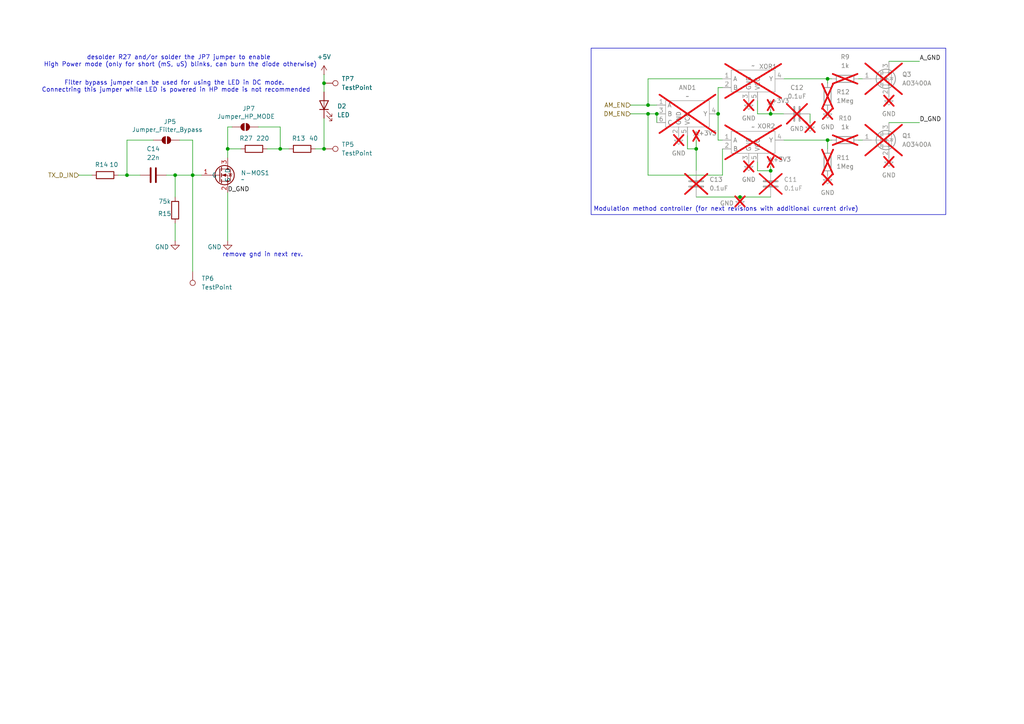
<source format=kicad_sch>
(kicad_sch (version 20250114) (generator "eeschema") (generator_version "9.0")
  (paper "A4")
  (lib_symbols
    (symbol "Connector:TestPoint" (pin_numbers (hide yes)) (pin_names (offset 0.762) (hide yes))
      (property "Reference" "TP" (at 0 6.858 0))
      (property "Value" "TestPoint" (at 0 5.08 0))
      (symbol "TestPoint_0_1"
        (circle (center 0 3.302) (radius 0.762))
      )
      (symbol "TestPoint_1_1"
        (pin passive line (at 0 0 90) (length 2.54) (name "1") (number "1"))
      )
    )
    (symbol "Device:C" (pin_numbers (hide yes)) (pin_names (offset 0.254))
      (property "Reference" "C" (at 0.635 2.54 0))
      (property "Value" "C" (at 0.635 -2.54 0))
      (symbol "C_0_1"
        (polyline (pts (xy -2.032 0.762) (xy 2.032 0.762)) (stroke (width 0.508)))
        (polyline (pts (xy -2.032 -0.762) (xy 2.032 -0.762)) (stroke (width 0.508)))
      )
      (symbol "C_1_1"
        (pin passive line (at 0 3.81 270) (length 2.794) (name "~") (number "1"))
        (pin passive line (at 0 -3.81 90) (length 2.794) (name "~") (number "2"))
      )
    )
    (symbol "Device:LED" (pin_numbers (hide yes)) (pin_names (offset 1.016) (hide yes))
      (property "Reference" "D" (at 0 2.54 0))
      (property "Value" "LED" (at 0 -2.54 0))
      (symbol "LED_0_1"
        (polyline (pts (xy -3.048 -0.762) (xy -4.572 -2.286) (xy -3.81 -2.286) (xy -4.572 -2.286) (xy -4.572 -1.524)))
        (polyline (pts (xy -1.778 -0.762) (xy -3.302 -2.286) (xy -2.54 -2.286) (xy -3.302 -2.286) (xy -3.302 -1.524)))
        (polyline (pts (xy -1.27 0) (xy 1.27 0)))
        (polyline (pts (xy -1.27 -1.27) (xy -1.27 1.27)) (stroke (width 0.254)))
        (polyline (pts (xy 1.27 -1.27) (xy 1.27 1.27) (xy -1.27 0) (xy 1.27 -1.27)) (stroke (width 0.254)))
      )
      (symbol "LED_1_1"
        (pin passive line (at -3.81 0 0) (length 2.54) (name "K") (number "1"))
        (pin passive line (at 3.81 0 180) (length 2.54) (name "A") (number "2"))
      )
    )
    (symbol "Device:R" (pin_numbers (hide yes)) (pin_names (offset 0))
      (property "Reference" "R" (at 2.032 0 90))
      (property "Value" "R" (at 0 0 90))
      (symbol "R_0_1"
        (rectangle (start -1.016 -2.54) (end 1.016 2.54) (stroke (width 0.254)))
      )
      (symbol "R_1_1"
        (pin passive line (at 0 3.81 270) (length 1.27) (name "~") (number "1"))
        (pin passive line (at 0 -3.81 90) (length 1.27) (name "~") (number "2"))
      )
    )
    (symbol "Jumper:SolderJumper_2_Open" (pin_numbers (hide yes)) (pin_names (offset 0) (hide yes)) (in_bom no)
      (property "Reference" "JP" (at 0 2.032 0))
      (property "Value" "SolderJumper_2_Open" (at 0 -2.54 0))
      (symbol "SolderJumper_2_Open_0_1"
        (polyline (pts (xy -0.254 1.016) (xy -0.254 -1.016)))
        (arc (start -0.254 -1.016) (mid -1.2656 0) (end -0.254 1.016))
        (arc (start -0.254 -1.016) (mid -1.2656 0) (end -0.254 1.016) (fill (type outline)))
        (arc (start 0.254 1.016) (mid 1.2656 0) (end 0.254 -1.016))
        (arc (start 0.254 1.016) (mid 1.2656 0) (end 0.254 -1.016) (fill (type outline)))
        (polyline (pts (xy 0.254 1.016) (xy 0.254 -1.016)))
      )
      (symbol "SolderJumper_2_Open_1_1"
        (pin passive line (at -3.81 0 0) (length 2.54) (name "A") (number "1"))
        (pin passive line (at 3.81 0 180) (length 2.54) (name "B") (number "2"))
      )
    )
    (symbol "Transistor_FET:AO3400A" (pin_names (hide yes))
      (property "Reference" "Q" (at 5.08 1.905 0))
      (property "Value" "AO3400A" (at 5.08 0 0))
      (symbol "AO3400A_0_1"
        (polyline (pts (xy 0.254 1.905) (xy 0.254 -1.905)) (stroke (width 0.254)))
        (polyline (pts (xy 0.254 0) (xy -2.54 0)))
        (polyline (pts (xy 0.762 2.286) (xy 0.762 1.27)) (stroke (width 0.254)))
        (polyline (pts (xy 0.762 0.508) (xy 0.762 -0.508)) (stroke (width 0.254)))
        (polyline (pts (xy 0.762 -1.27) (xy 0.762 -2.286)) (stroke (width 0.254)))
        (polyline (pts (xy 0.762 -1.778) (xy 3.302 -1.778) (xy 3.302 1.778) (xy 0.762 1.778)))
        (polyline (pts (xy 1.016 0) (xy 2.032 0.381) (xy 2.032 -0.381) (xy 1.016 0)) (fill (type outline)))
        (circle (center 1.651 0) (radius 2.794) (stroke (width 0.254)))
        (polyline (pts (xy 2.54 2.54) (xy 2.54 1.778)))
        (circle (center 2.54 1.778) (radius 0.254) (fill (type outline)))
        (circle (center 2.54 -1.778) (radius 0.254) (fill (type outline)))
        (polyline (pts (xy 2.54 -2.54) (xy 2.54 0) (xy 0.762 0)))
        (polyline (pts (xy 2.794 0.508) (xy 2.921 0.381) (xy 3.683 0.381) (xy 3.81 0.254)))
        (polyline (pts (xy 3.302 0.381) (xy 2.921 -0.254) (xy 3.683 -0.254) (xy 3.302 0.381)))
      )
      (symbol "AO3400A_1_1"
        (pin input line (at -5.08 0 0) (length 2.54) (name "G") (number "1"))
        (pin passive line (at 2.54 5.08 270) (length 2.54) (name "D") (number "3"))
        (pin passive line (at 2.54 -5.08 90) (length 2.54) (name "S") (number "2"))
      )
    )
    (symbol "laserboard_components:BSH105"
      (property "Reference" "N-MOS" (at 0 0 0))
      (symbol "BSH105_0_1"
        (polyline (pts (xy 2.794 -3.175) (xy 2.794 -6.985)) (stroke (width 0.254)))
        (polyline (pts (xy 2.794 -5.08) (xy 0 -5.08)))
        (polyline (pts (xy 3.302 -2.794) (xy 3.302 -3.81)) (stroke (width 0.254)))
        (polyline (pts (xy 3.302 -4.572) (xy 3.302 -5.588)) (stroke (width 0.254)))
        (polyline (pts (xy 3.302 -6.35) (xy 3.302 -7.366)) (stroke (width 0.254)))
        (polyline (pts (xy 3.302 -6.858) (xy 5.842 -6.858) (xy 5.842 -3.302) (xy 3.302 -3.302)))
        (polyline (pts (xy 3.556 -5.08) (xy 4.572 -4.699) (xy 4.572 -5.461) (xy 3.556 -5.08)) (fill (type outline)))
        (circle (center 4.191 -5.08) (radius 2.794) (stroke (width 0.254)))
        (polyline (pts (xy 5.08 -2.54) (xy 5.08 -3.302)))
        (circle (center 5.08 -3.302) (radius 0.254) (fill (type outline)))
        (circle (center 5.08 -6.858) (radius 0.254) (fill (type outline)))
        (polyline (pts (xy 5.08 -7.62) (xy 5.08 -5.08) (xy 3.302 -5.08)))
        (polyline (pts (xy 5.334 -4.572) (xy 5.461 -4.699) (xy 6.223 -4.699) (xy 6.35 -4.826)))
        (polyline (pts (xy 5.842 -4.699) (xy 5.461 -5.334) (xy 6.223 -5.334) (xy 5.842 -4.699)))
      )
      (symbol "BSH105_1_1"
        (pin input line (at -2.54 -5.08 0) (length 2.54) (name "G") (number "1"))
        (pin passive line (at 5.08 0 270) (length 2.54) (name "D") (number "3"))
        (pin passive line (at 5.08 -10.16 90) (length 2.54) (name "S") (number "2"))
      )
    )
    (symbol "power:+3V3" (power) (pin_numbers (hide yes)) (pin_names (offset 0) (hide yes))
      (property "Value" "+3V3" (at 0 3.556 0))
      (symbol "+3V3_0_1"
        (polyline (pts (xy -0.762 1.27) (xy 0 2.54)))
        (polyline (pts (xy 0 2.54) (xy 0.762 1.27)))
        (polyline (pts (xy 0 0) (xy 0 2.54)))
      )
      (symbol "+3V3_1_1"
        (pin power_in line (at 0 0 90) (length 0) (name "~") (number "1"))
      )
    )
    (symbol "power:+5V" (power) (pin_numbers (hide yes)) (pin_names (offset 0) (hide yes))
      (property "Value" "+5V" (at 0 3.556 0))
      (symbol "+5V_0_1"
        (polyline (pts (xy -0.762 1.27) (xy 0 2.54)))
        (polyline (pts (xy 0 2.54) (xy 0.762 1.27)))
        (polyline (pts (xy 0 0) (xy 0 2.54)))
      )
      (symbol "+5V_1_1"
        (pin power_in line (at 0 0 90) (length 0) (name "~") (number "1"))
      )
    )
    (symbol "power:GND" (power) (pin_numbers (hide yes)) (pin_names (offset 0) (hide yes))
      (property "Value" "GND" (at 0 -3.81 0))
      (symbol "GND_0_1"
        (polyline (pts (xy 0 0) (xy 0 -1.27) (xy 1.27 -1.27) (xy 0 -2.54) (xy -1.27 -1.27) (xy 0 -1.27)))
      )
      (symbol "GND_1_1"
        (pin power_in line (at 0 0 270) (length 0) (name "~") (number "1"))
      )
    )
    (symbol "sn74:SN74AHC1G86_XOR"
      (property "Reference" "XOR" (at 3.302 2.794 0))
      (symbol "SN74AHC1G86_XOR_0_1"
        (rectangle (start -3.81 0) (end 8.89 -6.35))
      )
      (symbol "SN74AHC1G86_XOR_1_1"
        (pin input line (at -6.35 -2.54 0) (length 2.54) (name "A") (number "1"))
        (pin input line (at -6.35 -5.08 0) (length 2.54) (name "B") (number "2"))
        (pin output line (at 1.27 -8.89 90) (length 2.54) (name "GND") (number "3"))
        (pin input line (at 3.81 -8.89 90) (length 2.54) (name "VCC") (number "5"))
        (pin output line (at 11.43 -2.54 180) (length 2.54) (name "Y") (number "4"))
      )
    )
    (symbol "sn74:SN74LVC1G11_AND"
      (property "Reference" "AND" (at 3.81 -2.54 0))
      (symbol "SN74LVC1G11_AND_0_1"
        (rectangle (start -3.81 -1.27) (end 8.89 -8.89))
      )
      (symbol "SN74LVC1G11_AND_1_1"
        (pin input line (at -6.35 -2.54 0) (length 2.54) (name "A") (number "1"))
        (pin input line (at -6.35 -5.08 0) (length 2.54) (name "B") (number "3"))
        (pin input line (at -6.35 -7.62 0) (length 2.54) (name "C") (number "6"))
        (pin output line (at 0 -11.43 90) (length 2.54) (name "GND") (number "2"))
        (pin input line (at 2.54 -11.43 90) (length 2.54) (name "VCC") (number "5"))
        (pin output line (at 11.43 -5.08 180) (length 2.54) (name "Y") (number "4"))
      )
    )
  )
  (rectangle (start 171.45 13.97) (end 274.32 62.23))
  (text "remove gnd in next rev.\n" (at 76.2 73.914 0) (effects (font (size 1.27 1.27))))
  (text "desolder R27 and/or solder the JP7 jumper to enable \nHigh Power mode (only for short (mS, uS) blinks, can burn the diode otherwise)" (at 52.324 17.78 0) (effects (font (size 1.27 1.27))))
  (text "Filter bypass jumper can be used for using the LED in DC mode. \nConnectring this jumper while LED is powered in HP mode is not recommended" (at 51.054 25.146 0) (effects (font (size 1.27 1.27))))
  (text "Modulation method controller (for next revisions with additional current drive)\n\n" (at 210.566 61.722 0) (effects (font (size 1.27 1.27))))
  (junction (at 201.93 43.18))
  (junction (at 81.28 43.18))
  (junction (at 36.83 50.8))
  (junction (at 240.03 40.64))
  (junction (at 223.52 49.53))
  (junction (at 50.8 50.8))
  (junction (at 190.5 33.02))
  (junction (at 55.88 50.8))
  (junction (at 240.03 22.86))
  (junction (at 93.98 43.18))
  (junction (at 214.63 57.15))
  (junction (at 223.52 33.02))
  (junction (at 187.96 33.02))
  (junction (at 66.04 43.18))
  (junction (at 208.28 33.02))
  (junction (at 187.96 30.48))
  (junction (at 93.98 24.13))
  (wire (pts (xy 93.98 24.13) (xy 93.98 21.59)))
  (wire (pts (xy 227.33 22.86) (xy 240.03 22.86)))
  (wire (pts (xy 187.96 22.86) (xy 187.96 30.48)))
  (wire (pts (xy 187.96 33.02) (xy 190.5 33.02)))
  (wire (pts (xy 209.55 22.86) (xy 187.96 22.86)))
  (wire (pts (xy 182.88 30.48) (xy 187.96 30.48)))
  (wire (pts (xy 199.39 43.18) (xy 199.39 39.37)))
  (wire (pts (xy 190.5 33.02) (xy 190.5 35.56)))
  (wire (pts (xy 50.8 50.8) (xy 55.88 50.8)))
  (wire (pts (xy 214.63 57.15) (xy 201.93 57.15)))
  (wire (pts (xy 36.83 50.8) (xy 40.64 50.8)))
  (wire (pts (xy 240.03 40.64) (xy 240.03 43.18)))
  (wire (pts (xy 223.52 48.26) (xy 223.52 49.53)))
  (wire (pts (xy 91.44 43.18) (xy 93.98 43.18)))
  (wire (pts (xy 48.26 50.8) (xy 50.8 50.8)))
  (wire (pts (xy 66.04 43.18) (xy 66.04 45.72)))
  (wire (pts (xy 240.03 22.86) (xy 240.03 24.13)))
  (wire (pts (xy 74.93 36.83) (xy 81.28 36.83)))
  (wire (pts (xy 36.83 40.64) (xy 36.83 50.8)))
  (wire (pts (xy 208.28 40.64) (xy 209.55 40.64)))
  (wire (pts (xy 257.81 17.78) (xy 266.7 17.78)))
  (wire (pts (xy 227.33 40.64) (xy 240.03 40.64)))
  (wire (pts (xy 219.71 29.21) (xy 219.71 33.02)))
  (wire (pts (xy 50.8 64.77) (xy 50.8 69.85)))
  (wire (pts (xy 208.28 33.02) (xy 208.28 40.64)))
  (wire (pts (xy 234.95 33.02) (xy 234.95 35.56)))
  (wire (pts (xy 201.93 43.18) (xy 199.39 43.18)))
  (wire (pts (xy 93.98 26.67) (xy 93.98 24.13)))
  (wire (pts (xy 248.92 40.64) (xy 250.19 40.64)))
  (wire (pts (xy 201.93 43.18) (xy 201.93 49.53)))
  (wire (pts (xy 81.28 36.83) (xy 81.28 43.18)))
  (wire (pts (xy 55.88 50.8) (xy 58.42 50.8)))
  (wire (pts (xy 22.86 50.8) (xy 26.67 50.8)))
  (wire (pts (xy 223.52 33.02) (xy 219.71 33.02)))
  (wire (pts (xy 209.55 43.18) (xy 209.55 50.8)))
  (wire (pts (xy 34.29 50.8) (xy 36.83 50.8)))
  (wire (pts (xy 223.52 31.75) (xy 223.52 33.02)))
  (wire (pts (xy 66.04 43.18) (xy 69.85 43.18)))
  (wire (pts (xy 55.88 78.74) (xy 55.88 50.8)))
  (wire (pts (xy 201.93 40.64) (xy 201.93 43.18)))
  (wire (pts (xy 182.88 33.02) (xy 187.96 33.02)))
  (wire (pts (xy 257.81 35.56) (xy 266.7 35.56)))
  (wire (pts (xy 81.28 43.18) (xy 83.82 43.18)))
  (wire (pts (xy 187.96 30.48) (xy 190.5 30.48)))
  (wire (pts (xy 208.28 25.4) (xy 208.28 33.02)))
  (wire (pts (xy 55.88 40.64) (xy 55.88 50.8)))
  (wire (pts (xy 240.03 40.64) (xy 241.3 40.64)))
  (wire (pts (xy 219.71 46.99) (xy 219.71 49.53)))
  (wire (pts (xy 187.96 50.8) (xy 187.96 33.02)))
  (wire (pts (xy 66.04 36.83) (xy 67.31 36.83)))
  (wire (pts (xy 187.96 50.8) (xy 209.55 50.8)))
  (wire (pts (xy 93.98 34.29) (xy 93.98 43.18)))
  (wire (pts (xy 248.92 22.86) (xy 250.19 22.86)))
  (wire (pts (xy 44.45 40.64) (xy 36.83 40.64)))
  (wire (pts (xy 214.63 57.15) (xy 223.52 57.15)))
  (wire (pts (xy 66.04 36.83) (xy 66.04 43.18)))
  (wire (pts (xy 227.33 33.02) (xy 223.52 33.02)))
  (wire (pts (xy 52.07 40.64) (xy 55.88 40.64)))
  (wire (pts (xy 66.04 55.88) (xy 66.04 69.85)))
  (wire (pts (xy 50.8 50.8) (xy 50.8 57.15)))
  (wire (pts (xy 223.52 49.53) (xy 219.71 49.53)))
  (wire (pts (xy 209.55 25.4) (xy 208.28 25.4)))
  (wire (pts (xy 77.47 43.18) (xy 81.28 43.18)))
  (wire (pts (xy 241.3 22.86) (xy 240.03 22.86)))
  (label "D_GND" (at 66.04 55.88 0))
  (label "D_GND" (at 266.7 35.56 0))
  (label "A_GND" (at 266.7 17.78 0))
  (hierarchical_label "DM_EN" (shape input) (at 182.88 33.02 180))
  (hierarchical_label "AM_EN" (shape input) (at 182.88 30.48 180))
  (hierarchical_label "TX_D_IN" (shape input) (at 22.86 50.8 180))
  (symbol (lib_id "power:GND") (at 217.17 46.99 0) (unit 1) (exclude_from_sim yes) (in_bom no) (on_board no) (dnp yes)
    (property "Reference" "#PWR016" (effects (hide yes)))
    (property "Value" "GND" (at 217.17 52.07 0))
    (property "Description" "Power symbol creates a global label with name \"GND\" , ground" (effects (hide yes)))
  )
  (symbol (lib_id "power:+3V3") (at 201.93 40.64 0) (unit 1) (exclude_from_sim yes) (in_bom no) (on_board no) (dnp yes)
    (property "Reference" "#PWR020" (effects (hide yes)))
    (property "Value" "+3V3" (at 205.232 38.608 0))
    (property "Description" "Power symbol creates a global label with name \"+3V3\"" (effects (hide yes)))
  )
  (symbol (lib_id "power:GND") (at 50.8 69.85 0) (unit 1)
    (property "Reference" "#PWR027" (effects (hide yes)))
    (property "Value" "GND" (at 46.99 71.628 0))
    (property "Description" "Power symbol creates a global label with name \"GND\" , ground" (effects (hide yes)))
  )
  (symbol (lib_id "Jumper:SolderJumper_2_Open") (at 48.26 40.64 180) (unit 1) (in_bom no)
    (property "Reference" "JP5" (at 49.276 35.306 0))
    (property "Value" "Jumper_Filter_Bypass" (at 48.514 37.592 0))
    (property "Footprint" "Jumper:SolderJumper-2_P1.3mm_Open_Pad1.0x1.5mm" (effects (hide yes)))
    (property "Description" "Solder Jumper, 2-pole, open" (effects (hide yes)))
  )
  (symbol (lib_id "Device:LED") (at 93.98 30.48 90) (unit 1)
    (property "Reference" "D2" (at 97.79 30.7974 90) (effects (justify right)))
    (property "Value" "LED" (at 97.79 33.3374 90) (effects (justify right)))
    (property "Footprint" "LED_SMD:LED_0805_2012Metric" (effects (hide yes)))
    (property "Description" "Light emitting diode" (effects (hide yes)))
    (property "Sim.Pins" "1=K 2=A" (effects (hide yes)))
  )
  (symbol (lib_id "Device:R") (at 240.03 27.94 180) (unit 1) (exclude_from_sim yes) (in_bom no) (on_board no) (dnp yes)
    (property "Reference" "R12" (at 242.57 26.6699 0) (effects (justify right)))
    (property "Value" "1Meg" (at 242.57 29.2099 0) (effects (justify right)))
    (property "Description" "Resistor" (effects (hide yes)))
  )
  (symbol (lib_id "Transistor_FET:AO3400A") (at 255.27 40.64 0) (unit 1) (exclude_from_sim yes) (in_bom no) (on_board no) (dnp yes)
    (property "Reference" "Q1" (at 261.62 39.3699 0) (effects (justify left)))
    (property "Value" "AO3400A" (at 261.62 41.9099 0) (effects (justify left)))
    (property "Footprint" "Package_TO_SOT_SMD:SOT-23" (effects (hide yes)))
    (property "Datasheet" "http://www.aosmd.com/pdfs/datasheet/AO3400A.pdf" (effects (hide yes)))
    (property "Description" "30V Vds, 5.7A Id, N-Channel MOSFET, SOT-23" (effects (hide yes)))
  )
  (symbol (lib_id "Device:R") (at 73.66 43.18 90) (unit 1)
    (property "Reference" "R27" (at 71.374 40.132 90))
    (property "Value" "220" (at 76.2 40.132 90))
    (property "Footprint" "parts:R_0402_1005Metric_nosilk" (effects (hide yes)))
    (property "Description" "Resistor" (effects (hide yes)))
  )
  (symbol (lib_id "power:GND") (at 234.95 35.56 0) (unit 1) (exclude_from_sim yes) (in_bom no) (on_board no) (dnp yes)
    (property "Reference" "#PWR026" (effects (hide yes)))
    (property "Value" "GND" (at 231.14 37.338 0))
    (property "Description" "Power symbol creates a global label with name \"GND\" , ground" (effects (hide yes)))
  )
  (symbol (lib_id "Jumper:SolderJumper_2_Open") (at 71.12 36.83 180) (unit 1) (in_bom no)
    (property "Reference" "JP7" (at 72.136 31.496 0))
    (property "Value" "Jumper_HP_MODE" (at 71.374 33.782 0))
    (property "Footprint" "Jumper:SolderJumper-2_P1.3mm_Open_Pad1.0x1.5mm" (effects (hide yes)))
    (property "Description" "Solder Jumper, 2-pole, open" (effects (hide yes)))
  )
  (symbol (lib_id "Device:C") (at 44.45 50.8 90) (unit 1)
    (property "Reference" "C14" (at 44.45 43.18 90))
    (property "Value" "22n" (at 44.45 45.72 90))
    (property "Footprint" "parts:C_0402_1005Metric_nosilk" (effects (hide yes)))
    (property "Description" "Unpolarized capacitor" (effects (hide yes)))
  )
  (symbol (lib_id "power:GND") (at 240.03 50.8 0) (unit 1) (exclude_from_sim yes) (in_bom no) (on_board no) (dnp yes)
    (property "Reference" "#PWR022" (effects (hide yes)))
    (property "Value" "GND" (at 240.03 55.88 0))
    (property "Description" "Power symbol creates a global label with name \"GND\" , ground" (effects (hide yes)))
  )
  (symbol (lib_id "Device:C") (at 231.14 33.02 90) (unit 1) (exclude_from_sim yes) (in_bom no) (on_board no) (dnp yes)
    (property "Reference" "C12" (at 231.14 25.4 90))
    (property "Value" "0.1uF" (at 231.14 27.94 90))
    (property "Description" "Unpolarized capacitor" (effects (hide yes)))
  )
  (symbol (lib_id "Device:R") (at 50.8 60.96 180) (unit 1)
    (property "Reference" "R15" (at 47.752 61.976 0))
    (property "Value" "75k" (at 47.752 58.42 0))
    (property "Footprint" "parts:R_0402_1005Metric_nosilk" (effects (hide yes)))
    (property "Description" "Resistor" (effects (hide yes)))
  )
  (symbol (lib_id "power:+5V") (at 93.98 21.59 0) (unit 1)
    (property "Reference" "#PWR014" (effects (hide yes)))
    (property "Value" "+5V" (at 93.98 16.51 0))
    (property "Description" "Power symbol creates a global label with name \"+5V\"" (effects (hide yes)))
  )
  (symbol (lib_id "sn74:SN74LVC1G11_AND") (at 196.85 27.94 0) (unit 1) (exclude_from_sim yes) (in_bom no) (on_board no) (dnp yes)
    (property "Reference" "AND1" (at 199.39 25.4 0))
    (property "Value" "~" (at 199.39 27.94 0))
    (property "Footprint" "Package_TO_SOT_SMD:SOT-23-6" (effects (hide yes)))
  )
  (symbol (lib_id "sn74:SN74AHC1G86_XOR") (at 215.9 20.32 0) (unit 1) (exclude_from_sim yes) (in_bom no) (on_board no) (dnp yes)
    (property "Reference" "XOR1" (at 222.758 19.304 0))
    (property "Value" "~" (at 218.44 19.05 0))
    (property "Footprint" "Package_TO_SOT_SMD:SOT-23-5" (effects (hide yes)))
  )
  (symbol (lib_id "Connector:TestPoint") (at 55.88 78.74 180) (unit 1)
    (property "Reference" "TP6" (at 58.42 80.7719 0) (effects (justify right)))
    (property "Value" "TestPoint" (at 58.42 83.3119 0) (effects (justify right)))
    (property "Footprint" "TestPoint:TestPoint_Pad_D2.0mm" (effects (hide yes)))
    (property "Description" "test point" (effects (hide yes)))
  )
  (symbol (lib_id "power:GND") (at 257.81 45.72 0) (unit 1) (exclude_from_sim yes) (in_bom no) (on_board no) (dnp yes)
    (property "Reference" "#PWR024" (effects (hide yes)))
    (property "Value" "GND" (at 257.81 50.8 0))
    (property "Description" "Power symbol creates a global label with name \"GND\" , ground" (effects (hide yes)))
  )
  (symbol (lib_id "power:GND") (at 66.04 69.85 0) (unit 1)
    (property "Reference" "#PWR029" (effects (hide yes)))
    (property "Value" "GND" (at 62.23 71.628 0))
    (property "Description" "Power symbol creates a global label with name \"GND\" , ground" (effects (hide yes)))
  )
  (symbol (lib_id "power:+3V3") (at 223.52 31.75 0) (unit 1) (exclude_from_sim yes) (in_bom no) (on_board no) (dnp yes)
    (property "Reference" "#PWR018" (effects (hide yes)))
    (property "Value" "+3V3" (at 226.314 29.21 0))
    (property "Description" "Power symbol creates a global label with name \"+3V3\"" (effects (hide yes)))
  )
  (symbol (lib_id "Device:C") (at 223.52 53.34 0) (unit 1) (exclude_from_sim yes) (in_bom no) (on_board no) (dnp yes)
    (property "Reference" "C11" (at 227.33 52.0699 0) (effects (justify left)))
    (property "Value" "0.1uF" (at 227.33 54.6099 0) (effects (justify left)))
    (property "Description" "Unpolarized capacitor" (effects (hide yes)))
  )
  (symbol (lib_id "power:GND") (at 240.03 31.75 0) (unit 1) (exclude_from_sim yes) (in_bom no) (on_board no) (dnp yes)
    (property "Reference" "#PWR021" (effects (hide yes)))
    (property "Value" "GND" (at 240.03 36.83 0))
    (property "Description" "Power symbol creates a global label with name \"GND\" , ground" (effects (hide yes)))
  )
  (symbol (lib_id "power:GND") (at 214.63 57.15 0) (unit 1) (exclude_from_sim yes) (in_bom no) (on_board no) (dnp yes)
    (property "Reference" "#PWR025" (effects (hide yes)))
    (property "Value" "GND" (at 210.82 58.928 0))
    (property "Description" "Power symbol creates a global label with name \"GND\" , ground" (effects (hide yes)))
  )
  (symbol (lib_id "sn74:SN74AHC1G86_XOR") (at 215.9 38.1 0) (unit 1) (exclude_from_sim yes) (in_bom no) (on_board no) (dnp yes)
    (property "Reference" "XOR2" (at 222.25 36.576 0))
    (property "Value" "~" (at 218.44 36.83 0))
    (property "Footprint" "Package_TO_SOT_SMD:SOT-23-5" (effects (hide yes)))
  )
  (symbol (lib_id "Device:R") (at 240.03 46.99 180) (unit 1) (exclude_from_sim yes) (in_bom no) (on_board no) (dnp yes)
    (property "Reference" "R11" (at 242.57 45.7199 0) (effects (justify right)))
    (property "Value" "1Meg" (at 242.57 48.2599 0) (effects (justify right)))
    (property "Description" "Resistor" (effects (hide yes)))
  )
  (symbol (lib_id "Device:R") (at 30.48 50.8 90) (unit 1)
    (property "Reference" "R14" (at 29.464 47.752 90))
    (property "Value" "10" (at 33.02 47.752 90))
    (property "Footprint" "parts:R_0402_1005Metric_nosilk" (effects (hide yes)))
    (property "Description" "Resistor" (effects (hide yes)))
  )
  (symbol (lib_id "Transistor_FET:AO3400A") (at 255.27 22.86 0) (unit 1) (exclude_from_sim yes) (in_bom no) (on_board no) (dnp yes)
    (property "Reference" "Q3" (at 261.62 21.5899 0) (effects (justify left)))
    (property "Value" "AO3400A" (at 261.62 24.1299 0) (effects (justify left)))
    (property "Footprint" "Package_TO_SOT_SMD:SOT-23" (effects (hide yes)))
    (property "Datasheet" "http://www.aosmd.com/pdfs/datasheet/AO3400A.pdf" (effects (hide yes)))
    (property "Description" "30V Vds, 5.7A Id, N-Channel MOSFET, SOT-23" (effects (hide yes)))
  )
  (symbol (lib_id "power:GND") (at 257.81 27.94 0) (unit 1) (exclude_from_sim yes) (in_bom no) (on_board no) (dnp yes)
    (property "Reference" "#PWR023" (effects (hide yes)))
    (property "Value" "GND" (at 257.81 33.02 0))
    (property "Description" "Power symbol creates a global label with name \"GND\" , ground" (effects (hide yes)))
  )
  (symbol (lib_id "power:GND") (at 196.85 39.37 0) (unit 1) (exclude_from_sim yes) (in_bom no) (on_board no) (dnp yes)
    (property "Reference" "#PWR017" (effects (hide yes)))
    (property "Value" "GND" (at 196.85 44.45 0))
    (property "Description" "Power symbol creates a global label with name \"GND\" , ground" (effects (hide yes)))
  )
  (symbol (lib_id "Connector:TestPoint") (at 93.98 24.13 270) (unit 1)
    (property "Reference" "TP7" (at 99.06 22.8599 90) (effects (justify left)))
    (property "Value" "TestPoint" (at 99.06 25.3999 90) (effects (justify left)))
    (property "Footprint" "TestPoint:TestPoint_Pad_D2.0mm" (effects (hide yes)))
    (property "Description" "test point" (effects (hide yes)))
  )
  (symbol (lib_id "Device:R") (at 245.11 22.86 90) (unit 1) (exclude_from_sim yes) (in_bom no) (on_board no) (dnp yes)
    (property "Reference" "R9" (at 245.11 16.51 90))
    (property "Value" "1k" (at 245.11 19.05 90))
    (property "Description" "Resistor" (effects (hide yes)))
  )
  (symbol (lib_id "Connector:TestPoint") (at 93.98 43.18 270) (unit 1)
    (property "Reference" "TP5" (at 99.06 41.9099 90) (effects (justify left)))
    (property "Value" "TestPoint" (at 99.06 44.4499 90) (effects (justify left)))
    (property "Footprint" "TestPoint:TestPoint_Pad_D2.0mm" (effects (hide yes)))
    (property "Description" "test point" (effects (hide yes)))
  )
  (symbol (lib_id "laserboard_components:BSH105") (at 60.96 45.72 0) (unit 1)
    (property "Reference" "N-MOS1" (at 69.85 50.1649 0) (effects (justify left)))
    (property "Value" "~" (at 69.85 52.07 0) (effects (justify left)))
    (property "Footprint" "Package_TO_SOT_SMD:SOT-23" (effects (hide yes)))
  )
  (symbol (lib_id "Device:R") (at 245.11 40.64 90) (unit 1) (exclude_from_sim yes) (in_bom no) (on_board no) (dnp yes)
    (property "Reference" "R10" (at 245.11 34.29 90))
    (property "Value" "1k" (at 245.11 36.83 90))
    (property "Description" "Resistor" (effects (hide yes)))
  )
  (symbol (lib_id "Device:R") (at 87.63 43.18 90) (unit 1)
    (property "Reference" "R13" (at 86.614 40.132 90))
    (property "Value" "40" (at 90.932 40.132 90))
    (property "Footprint" "parts:R_0402_1005Metric_nosilk" (effects (hide yes)))
    (property "Description" "Resistor" (effects (hide yes)))
  )
  (symbol (lib_id "power:GND") (at 217.17 29.21 0) (unit 1) (exclude_from_sim yes) (in_bom no) (on_board no) (dnp yes)
    (property "Reference" "#PWR015" (effects (hide yes)))
    (property "Value" "GND" (at 217.17 34.29 0))
    (property "Description" "Power symbol creates a global label with name \"GND\" , ground" (effects (hide yes)))
  )
  (symbol (lib_id "power:+3V3") (at 223.52 48.26 0) (unit 1) (exclude_from_sim yes) (in_bom no) (on_board no) (dnp yes)
    (property "Reference" "#PWR019" (effects (hide yes)))
    (property "Value" "+3V3" (at 226.822 46.228 0))
    (property "Description" "Power symbol creates a global label with name \"+3V3\"" (effects (hide yes)))
  )
  (symbol (lib_id "Device:C") (at 201.93 53.34 180) (unit 1) (exclude_from_sim yes) (in_bom no) (on_board no) (dnp yes)
    (property "Reference" "C13" (at 205.74 52.0699 0) (effects (justify right)))
    (property "Value" "0.1uF" (at 205.74 54.6099 0) (effects (justify right)))
    (property "Description" "Unpolarized capacitor" (effects (hide yes)))
  )
)
</source>
